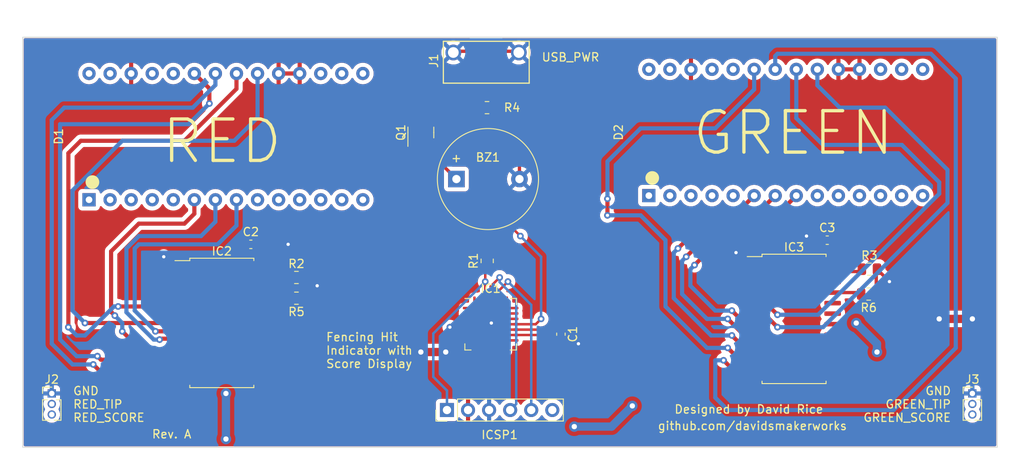
<source format=kicad_pcb>
(kicad_pcb (version 20221018) (generator pcbnew)
  (title_block (title "Fencing Hit Indicator with Score Display") (date "2024-01-01") (rev "1") (company "David's MakerWorks") (comment 1 "github.com/davidsmakerworks"))
  (layers (0 "F.Cu" signal) (31 "B.Cu" signal) (34 "B.Paste" user) (35 "F.Paste" user) (36 "B.SilkS" user "B.Silkscreen") (37 "F.SilkS" user "F.Silkscreen") (38 "B.Mask" user) (39 "F.Mask" user) (44 "Edge.Cuts" user))
  (net 0 "")
  (net 1 "Net-(BZ1--)")
  (net 2 "GND")
  (net 3 "+5V")
  (net 5 "R_OUT9")
  (net 8 "R_OUT4")
  (net 9 "R_OUT3")
  (net 10 "R_OUT2")
  (net 13 "R_OUT12")
  (net 14 "R_OUT13")
  (net 18 "R_OUT11")
  (net 20 "R_OUT1")
  (net 21 "R_OUT0")
  (net 22 "R_OUT6")
  (net 23 "R_OUT5")
  (net 25 "R_OUT8")
  (net 27 "R_OUT10")
  (net 29 "G_OUT9")
  (net 32 "G_OUT4")
  (net 33 "G_OUT3")
  (net 34 "G_OUT2")
  (net 37 "G_OUT12")
  (net 38 "G_OUT13")
  (net 42 "G_OUT11")
  (net 44 "G_OUT1")
  (net 45 "G_OUT0")
  (net 46 "G_OUT6")
  (net 47 "G_OUT5")
  (net 49 "G_OUT8")
  (net 51 "G_OUT10")
  (net 52 "LED_CLK")
  (net 53 "LED_DAT")
  (net 62 "RED_LE")
  (net 68 "~{MCLR}")
  (net 69 "ICSPDAT")
  (net 70 "ICSPCLK")
  (net 71 "GRN_LE")
  (net 72 "BZ_PWM")
  (net 77 "GSC")
  (net 78 "RSC")
  (net 79 "GTIP")
  (net 80 "RTIP")
  (net 84 "Net-(IC2-~{OE})")
  (net 86 "Net-(IC2-R-EXT)")
  (net 90 "Net-(IC3-~{OE})")
  (net 92 "Net-(IC3-R-EXT)")
  (footprint "Resistor_SMD:R_0805_2012Metric" (layer "F.Cu") (at 191.5875 101.5)
    (fp_text reference "R3" (at 0 -1.65) (layer "F.SilkS"))
    (fp_text value "2K")
    (pad "1" smd roundrect (at -0.9125 0) (size 1.025 1.4) (layers "F.Cu" "F.Paste" "F.Mask") (roundrect_rratio 0.243902) (net 92 "Net-(IC3-R-EXT)"))
    (pad "2" smd roundrect (at 0.9125 0) (size 1.025 1.4) (layers "F.Cu" "F.Paste" "F.Mask") (roundrect_rratio 0.243902) (net 2 "GND"))
  )
  (footprint "Capacitor_SMD:C_0603_1608Metric" (layer "F.Cu") (at 117 98.5 180)
    (fp_text reference "C2" (at 0 1.5) (layer "F.SilkS"))
    (fp_text value "100nF")
    (pad "1" smd roundrect (at -0.775 0 180) (size 0.9 0.95) (layers "F.Cu" "F.Paste" "F.Mask") (net 3 "+5V"))
    (pad "2" smd roundrect (at 0.775 0 180) (size 0.9 0.95) (layers "F.Cu" "F.Paste" "F.Mask") (net 2 "GND"))
  )
  (footprint "Resistor_SMD:R_0805_2012Metric" (layer "F.Cu") (at 122.5 102.5)
    (fp_text reference "R2" (at 0 -1.65) (layer "F.SilkS"))
    (fp_text value "2K")
    (pad "1" smd roundrect (at -0.9125 0) (size 1.025 1.4) (layers "F.Cu" "F.Paste" "F.Mask") (roundrect_rratio 0.243902) (net 86 "Net-(IC2-R-EXT)"))
    (pad "2" smd roundrect (at 0.9125 0) (size 1.025 1.4) (layers "F.Cu" "F.Paste" "F.Mask") (roundrect_rratio 0.243902) (net 2 "GND"))
  )
  (footprint "Capacitor_SMD:C_0603_1608Metric" (layer "F.Cu") (at 186.5 98 180)
    (fp_text reference "C3" (at 0 1.5) (layer "F.SilkS"))
    (fp_text value "100nF")
    (pad "1" smd roundrect (at -0.775 0 180) (size 0.9 0.95) (layers "F.Cu" "F.Paste" "F.Mask") (net 3 "+5V"))
    (pad "2" smd roundrect (at 0.775 0 180) (size 0.9 0.95) (layers "F.Cu" "F.Paste" "F.Mask") (net 2 "GND"))
  )
  (footprint "Capacitor_SMD:C_0603_1608Metric" (layer "F.Cu") (at 154.39 109.345 -90)
    (fp_text reference "C1" (at 0 -1.43 90) (layer "F.SilkS"))
    (fp_text value "100nF")
    (pad "1" smd roundrect (at -0.775 0 270) (size 0.9 0.95) (layers "F.Cu" "F.Paste" "F.Mask") (net 3 "+5V"))
    (pad "2" smd roundrect (at 0.775 0 270) (size 0.9 0.95) (layers "F.Cu" "F.Paste" "F.Mask") (net 2 "GND"))
  )
  (footprint "Package_SO:SOP-24_7.5x15.4mm_P1.27mm" (layer "F.Cu") (at 113.5 107.985)
    (fp_text reference "IC2" (at 0 -8.65) (layer "F.SilkS"))
    (fp_text value "STP16CPC26")
    (pad "1" smd roundrect (at -4.65 -6.985) (size 2 0.55) (layers "F.Cu" "F.Paste" "F.Mask") (net 2 "GND"))
    (pad "2" smd roundrect (at -4.65 -5.715) (size 2 0.55) (layers "F.Cu" "F.Paste" "F.Mask") (net 53 "LED_DAT"))
    (pad "3" smd roundrect (at -4.65 -4.445) (size 2 0.55) (layers "F.Cu" "F.Paste" "F.Mask") (net 52 "LED_CLK"))
    (pad "4" smd roundrect (at -4.65 -3.175) (size 2 0.55) (layers "F.Cu" "F.Paste" "F.Mask") (net 62 "RED_LE"))
    (pad "5" smd roundrect (at -4.65 -1.905) (size 2 0.55) (layers "F.Cu" "F.Paste" "F.Mask") (net 21 "R_OUT0"))
    (pad "6" smd roundrect (at -4.65 -0.635) (size 2 0.55) (layers "F.Cu" "F.Paste" "F.Mask") (net 20 "R_OUT1"))
    (pad "7" smd roundrect (at -4.65 0.635) (size 2 0.55) (layers "F.Cu" "F.Paste" "F.Mask") (net 10 "R_OUT2"))
    (pad "8" smd roundrect (at -4.65 1.905) (size 2 0.55) (layers "F.Cu" "F.Paste" "F.Mask") (net 9 "R_OUT3"))
    (pad "9" smd roundrect (at -4.65 3.175) (size 2 0.55) (layers "F.Cu" "F.Paste" "F.Mask") (net 8 "R_OUT4"))
    (pad "10" smd roundrect (at -4.65 4.445) (size 2 0.55) (layers "F.Cu" "F.Paste" "F.Mask") (net 23 "R_OUT5"))
    (pad "11" smd roundrect (at -4.65 5.715) (size 2 0.55) (layers "F.Cu" "F.Paste" "F.Mask") (net 22 "R_OUT6"))
    (pad "12" smd roundrect (at -4.65 6.985) (size 2 0.55) (layers "F.Cu" "F.Paste" "F.Mask"))
    (pad "13" smd roundrect (at 4.65 6.985) (size 2 0.55) (layers "F.Cu" "F.Paste" "F.Mask") (net 25 "R_OUT8"))
    (pad "14" smd roundrect (at 4.65 5.715) (size 2 0.55) (layers "F.Cu" "F.Paste" "F.Mask") (net 5 "R_OUT9"))
    (pad "15" smd roundrect (at 4.65 4.445) (size 2 0.55) (layers "F.Cu" "F.Paste" "F.Mask") (net 27 "R_OUT10"))
    (pad "16" smd roundrect (at 4.65 3.175) (size 2 0.55) (layers "F.Cu" "F.Paste" "F.Mask") (net 18 "R_OUT11"))
    (pad "17" smd roundrect (at 4.65 1.905) (size 2 0.55) (layers "F.Cu" "F.Paste" "F.Mask") (net 13 "R_OUT12"))
    (pad "18" smd roundrect (at 4.65 0.635) (size 2 0.55) (layers "F.Cu" "F.Paste" "F.Mask") (net 14 "R_OUT13"))
    (pad "19" smd roundrect (at 4.65 -0.635) (size 2 0.55) (layers "F.Cu" "F.Paste" "F.Mask"))
    (pad "20" smd roundrect (at 4.65 -1.905) (size 2 0.55) (layers "F.Cu" "F.Paste" "F.Mask"))
    (pad "21" smd roundrect (at 4.65 -3.175) (size 2 0.55) (layers "F.Cu" "F.Paste" "F.Mask") (net 84 "Net-(IC2-~{OE})"))
    (pad "22" smd roundrect (at 4.65 -4.445) (size 2 0.55) (layers "F.Cu" "F.Paste" "F.Mask"))
    (pad "23" smd roundrect (at 4.65 -5.715) (size 2 0.55) (layers "F.Cu" "F.Paste" "F.Mask") (net 86 "Net-(IC2-R-EXT)"))
    (pad "24" smd roundrect (at 4.65 -6.985) (size 2 0.55) (layers "F.Cu" "F.Paste" "F.Mask") (net 3 "+5V"))
  )
  (footprint "DMW-Custom:LDT-x51xRI" (layer "F.Cu") (at 97.49 93.12 90)
    (fp_text reference "D1" (at 7.64 -3.65 90) (layer "F.SilkS"))
    (fp_text value "LDT-A514RI")
    (pad "1" thru_hole rect (at 0 0 90) (size 1.6 1.6) (drill 0.8) (layers "*.Cu" "*.Mask"))
    (pad "2" thru_hole oval (at 0 2.54 90) (size 1.6 1.6) (drill 0.8) (layers "*.Cu" "*.Mask") (net 5 "R_OUT9"))
    (pad "3" thru_hole oval (at 0 5.08 90) (size 1.6 1.6) (drill 0.8) (layers "*.Cu" "*.Mask"))
    (pad "4" thru_hole oval (at 0 7.62 90) (size 1.6 1.6) (drill 0.8) (layers "*.Cu" "*.Mask"))
    (pad "5" thru_hole oval (at 0 10.16 90) (size 1.6 1.6) (drill 0.8) (layers "*.Cu" "*.Mask"))
    (pad "6" thru_hole oval (at 0 12.7 90) (size 1.6 1.6) (drill 0.8) (layers "*.Cu" "*.Mask") (net 8 "R_OUT4"))
    (pad "7" thru_hole oval (at 0 15.24 90) (size 1.6 1.6) (drill 0.8) (layers "*.Cu" "*.Mask") (net 9 "R_OUT3"))
    (pad "8" thru_hole oval (at 0 17.78 90) (size 1.6 1.6) (drill 0.8) (layers "*.Cu" "*.Mask") (net 10 "R_OUT2"))
    (pad "9" thru_hole oval (at 0 20.32 90) (size 1.6 1.6) (drill 0.8) (layers "*.Cu" "*.Mask"))
    (pad "10" thru_hole oval (at 0 22.86 90) (size 1.6 1.6) (drill 0.8) (layers "*.Cu" "*.Mask"))
    (pad "11" thru_hole oval (at 0 25.4 90) (size 1.6 1.6) (drill 0.8) (layers "*.Cu" "*.Mask") (net 13 "R_OUT12"))
    (pad "12" thru_hole oval (at 0 27.94 90) (size 1.6 1.6) (drill 0.8) (layers "*.Cu" "*.Mask") (net 14 "R_OUT13"))
    (pad "13" thru_hole oval (at 0 30.48 90) (size 1.6 1.6) (drill 0.8) (layers "*.Cu" "*.Mask"))
    (pad "14" thru_hole oval (at 0 33.02 90) (size 1.6 1.6) (drill 0.8) (layers "*.Cu" "*.Mask"))
    (pad "15" thru_hole oval (at 15.24 33.02 90) (size 1.6 1.6) (drill 0.8) (layers "*.Cu" "*.Mask"))
    (pad "16" thru_hole oval (at 15.24 30.48 90) (size 1.6 1.6) (drill 0.8) (layers "*.Cu" "*.Mask") (net 18 "R_OUT11"))
    (pad "17" thru_hole oval (at 15.24 27.94 90) (size 1.6 1.6) (drill 0.8) (layers "*.Cu" "*.Mask"))
    (pad "18" thru_hole oval (at 15.24 25.4 90) (size 1.6 1.6) (drill 0.8) (layers "*.Cu" "*.Mask") (net 3 "+5V"))
    (pad "19" thru_hole oval (at 15.24 22.86 90) (size 1.6 1.6) (drill 0.8) (layers "*.Cu" "*.Mask") (net 3 "+5V"))
    (pad "20" thru_hole oval (at 15.24 20.32 90) (size 1.6 1.6) (drill 0.8) (layers "*.Cu" "*.Mask") (net 20 "R_OUT1"))
    (pad "21" thru_hole oval (at 15.24 17.78 90) (size 1.6 1.6) (drill 0.8) (layers "*.Cu" "*.Mask") (net 21 "R_OUT0"))
    (pad "22" thru_hole oval (at 15.24 15.24 90) (size 1.6 1.6) (drill 0.8) (layers "*.Cu" "*.Mask") (net 22 "R_OUT6"))
    (pad "23" thru_hole oval (at 15.24 12.7 90) (size 1.6 1.6) (drill 0.8) (layers "*.Cu" "*.Mask") (net 23 "R_OUT5"))
    (pad "24" thru_hole oval (at 15.24 10.16 90) (size 1.6 1.6) (drill 0.8) (layers "*.Cu" "*.Mask"))
    (pad "25" thru_hole oval (at 15.24 7.62 90) (size 1.6 1.6) (drill 0.8) (layers "*.Cu" "*.Mask") (net 25 "R_OUT8"))
    (pad "26" thru_hole oval (at 15.24 5.08 90) (size 1.6 1.6) (drill 0.8) (layers "*.Cu" "*.Mask") (net 3 "+5V"))
    (pad "27" thru_hole oval (at 15.24 2.54 90) (size 1.6 1.6) (drill 0.8) (layers "*.Cu" "*.Mask"))
    (pad "28" thru_hole oval (at 15.24 0 90) (size 1.6 1.6) (drill 0.8) (layers "*.Cu" "*.Mask") (net 27 "R_OUT10"))
  )
  (footprint "DMW-Custom:LDT-x51xRI" (layer "F.Cu") (at 164.99 92.62 90)
    (fp_text reference "D2" (at 7.64 -3.65 90) (layer "F.SilkS"))
    (fp_text value "LDT-A512RI")
    (pad "1" thru_hole rect (at 0 0 90) (size 1.6 1.6) (drill 0.8) (layers "*.Cu" "*.Mask"))
    (pad "2" thru_hole oval (at 0 2.54 90) (size 1.6 1.6) (drill 0.8) (layers "*.Cu" "*.Mask") (net 29 "G_OUT9"))
    (pad "3" thru_hole oval (at 0 5.08 90) (size 1.6 1.6) (drill 0.8) (layers "*.Cu" "*.Mask"))
    (pad "4" thru_hole oval (at 0 7.62 90) (size 1.6 1.6) (drill 0.8) (layers "*.Cu" "*.Mask"))
    (pad "5" thru_hole oval (at 0 10.16 90) (size 1.6 1.6) (drill 0.8) (layers "*.Cu" "*.Mask"))
    (pad "6" thru_hole oval (at 0 12.7 90) (size 1.6 1.6) (drill 0.8) (layers "*.Cu" "*.Mask") (net 32 "G_OUT4"))
    (pad "7" thru_hole oval (at 0 15.24 90) (size 1.6 1.6) (drill 0.8) (layers "*.Cu" "*.Mask") (net 33 "G_OUT3"))
    (pad "8" thru_hole oval (at 0 17.78 90) (size 1.6 1.6) (drill 0.8) (layers "*.Cu" "*.Mask") (net 34 "G_OUT2"))
    (pad "9" thru_hole oval (at 0 20.32 90) (size 1.6 1.6) (drill 0.8) (layers "*.Cu" "*.Mask"))
    (pad "10" thru_hole oval (at 0 22.86 90) (size 1.6 1.6) (drill 0.8) (layers "*.Cu" "*.Mask"))
    (pad "11" thru_hole oval (at 0 25.4 90) (size 1.6 1.6) (drill 0.8) (layers "*.Cu" "*.Mask") (net 37 "G_OUT12"))
    (pad "12" thru_hole oval (at 0 27.94 90) (size 1.6 1.6) (drill 0.8) (layers "*.Cu" "*.Mask") (net 38 "G_OUT13"))
    (pad "13" thru_hole oval (at 0 30.48 90) (size 1.6 1.6) (drill 0.8) (layers "*.Cu" "*.Mask"))
    (pad "14" thru_hole oval (at 0 33.02 90) (size 1.6 1.6) (drill 0.8) (layers "*.Cu" "*.Mask"))
    (pad "15" thru_hole oval (at 15.24 33.02 90) (size 1.6 1.6) (drill 0.8) (layers "*.Cu" "*.Mask"))
    (pad "16" thru_hole oval (at 15.24 30.48 90) (size 1.6 1.6) (drill 0.8) (layers "*.Cu" "*.Mask") (net 42 "G_OUT11"))
    (pad "17" thru_hole oval (at 15.24 27.94 90) (size 1.6 1.6) (drill 0.8) (layers "*.Cu" "*.Mask"))
    (pad "18" thru_hole oval (at 15.24 25.4 90) (size 1.6 1.6) (drill 0.8) (layers "*.Cu" "*.Mask") (net 3 "+5V"))
    (pad "19" thru_hole oval (at 15.24 22.86 90) (size 1.6 1.6) (drill 0.8) (layers "*.Cu" "*.Mask") (net 3 "+5V"))
    (pad "20" thru_hole oval (at 15.24 20.32 90) (size 1.6 1.6) (drill 0.8) (layers "*.Cu" "*.Mask") (net 44 "G_OUT1"))
    (pad "21" thru_hole oval (at 15.24 17.78 90) (size 1.6 1.6) (drill 0.8) (layers "*.Cu" "*.Mask") (net 45 "G_OUT0"))
    (pad "22" thru_hole oval (at 15.24 15.24 90) (size 1.6 1.6) (drill 0.8) (layers "*.Cu" "*.Mask") (net 46 "G_OUT6"))
    (pad "23" thru_hole oval (at 15.24 12.7 90) (size 1.6 1.6) (drill 0.8) (layers "*.Cu" "*.Mask") (net 47 "G_OUT5"))
    (pad "24" thru_hole oval (at 15.24 10.16 90) (size 1.6 1.6) (drill 0.8) (layers "*.Cu" "*.Mask"))
    (pad "25" thru_hole oval (at 15.24 7.62 90) (size 1.6 1.6) (drill 0.8) (layers "*.Cu" "*.Mask") (net 49 "G_OUT8"))
    (pad "26" thru_hole oval (at 15.24 5.08 90) (size 1.6 1.6) (drill 0.8) (layers "*.Cu" "*.Mask") (net 3 "+5V"))
    (pad "27" thru_hole oval (at 15.24 2.54 90) (size 1.6 1.6) (drill 0.8) (layers "*.Cu" "*.Mask"))
    (pad "28" thru_hole oval (at 15.24 0 90) (size 1.6 1.6) (drill 0.8) (layers "*.Cu" "*.Mask") (net 51 "G_OUT10"))
  )
  (footprint "Resistor_SMD:R_0805_2012Metric" (layer "F.Cu") (at 191.5 104.5 180)
    (fp_text reference "R6" (at 0 -1.65) (layer "F.SilkS"))
    (fp_text value "10K")
    (pad "1" smd roundrect (at -0.9125 0 180) (size 1.025 1.4) (layers "F.Cu" "F.Paste" "F.Mask") (roundrect_rratio 0.243902) (net 2 "GND"))
    (pad "2" smd roundrect (at 0.9125 0 180) (size 1.025 1.4) (layers "F.Cu" "F.Paste" "F.Mask") (roundrect_rratio 0.243902) (net 90 "Net-(IC3-~{OE})"))
  )
  (footprint "Buzzer_Beeper:Buzzer_12x9.5RM7.6" (layer "F.Cu") (at 141.79 90.62)
    (fp_text reference "BZ1" (at 3.8 -2.62) (layer "F.SilkS"))
    (fp_text value "Buzzer")
    (fp_text user "+" (at -0.01 -2.54) (layer "F.SilkS"))
    (pad "1" thru_hole rect (at 0 0) (size 2 2) (drill 1) (layers "*.Cu" "*.Mask") (net 1 "Net-(BZ1--)"))
    (pad "2" thru_hole circle (at 7.6 0) (size 2 2) (drill 1) (layers "*.Cu" "*.Mask") (net 2 "GND"))
  )
  (footprint "Connector_PinHeader_1.27mm:PinHeader_1x03_P1.27mm_Vertical" (layer "F.Cu") (at 204 116.5)
    (fp_text reference "J3" (at 0 -1.695) (layer "F.SilkS"))
    (fp_text value "Conn_01x03_Pin")
    (pad "1" thru_hole rect (at 0 0) (size 1 1) (drill 0.65) (layers "*.Cu" "*.Mask") (net 2 "GND"))
    (pad "2" thru_hole oval (at 0 1.27) (size 1 1) (drill 0.65) (layers "*.Cu" "*.Mask") (net 79 "GTIP"))
    (pad "3" thru_hole oval (at 0 2.54) (size 1 1) (drill 0.65) (layers "*.Cu" "*.Mask") (net 77 "GSC"))
  )
  (footprint "Connector_PinHeader_1.27mm:PinHeader_1x03_P1.27mm_Vertical" (layer "F.Cu") (at 93 116.5)
    (fp_text reference "J2" (at 0 -1.695) (layer "F.SilkS"))
    (fp_text value "Conn_01x03_Pin")
    (pad "1" thru_hole rect (at 0 0) (size 1 1) (drill 0.65) (layers "*.Cu" "*.Mask") (net 2 "GND"))
    (pad "2" thru_hole oval (at 0 1.27) (size 1 1) (drill 0.65) (layers "*.Cu" "*.Mask") (net 80 "RTIP"))
    (pad "3" thru_hole oval (at 0 2.54) (size 1 1) (drill 0.65) (layers "*.Cu" "*.Mask") (net 78 "RSC"))
  )
  (footprint "DMW-Custom:Molex_105164-0001_MicroUSB" (layer "F.Cu") (at 145.365 73.895 -90)
    (fp_text reference "J1" (at 2.45 6.3 90) (layer "F.SilkS"))
    (fp_text value "USB_B_Micro")
    (pad "1" smd rect (at 4.11 1.3 270) (size 1.38 0.45) (layers "F.Cu" "F.Paste" "F.Mask") (net 3 "+5V"))
    (pad "2" smd rect (at 4.11 0.65 270) (size 1.38 0.45) (layers "F.Cu" "F.Paste" "F.Mask"))
    (pad "3" smd rect (at 4.11 0 270) (size 1.38 0.45) (layers "F.Cu" "F.Paste" "F.Mask"))
    (pad "4" smd rect (at 4.11 -0.65 270) (size 1.38 0.45) (layers "F.Cu" "F.Paste" "F.Mask"))
    (pad "5" smd rect (at 4.11 -1.3 270) (size 1.38 0.45) (layers "F.Cu" "F.Paste" "F.Mask") (net 2 "GND"))
    (pad "6" smd rect (at 1.3 -0.9375 270) (size 1.9 1.375) (layers "F.Cu" "F.Paste" "F.Mask") (net 2 "GND"))
    (pad "6" smd rect (at 1.3 0.9375 270) (size 1.9 1.375) (layers "F.Cu" "F.Paste" "F.Mask") (net 2 "GND"))
    (pad "6" thru_hole circle (at 1.45 -3.95 270) (size 1.9 1.9) (drill 1.3) (layers "*.Cu" "*.Mask") (net 2 "GND"))
    (pad "6" thru_hole circle (at 1.45 3.95 270) (size 1.9 1.9) (drill 1.3) (layers "*.Cu" "*.Mask") (net 2 "GND"))
    (pad "6" smd rect (at 3.75 -2.4625 270) (size 2.1 1.475) (layers "F.Cu" "F.Paste" "F.Mask") (net 2 "GND"))
    (pad "6" smd rect (at 3.75 2.4625 270) (size 2.1 1.475) (layers "F.Cu" "F.Paste" "F.Mask") (net 2 "GND"))
  )
  (footprint "Resistor_SMD:R_0805_2012Metric" (layer "F.Cu") (at 145.4775 82 180)
    (fp_text reference "R4" (at -3.0225 0) (layer "F.SilkS"))
    (fp_text value "1K")
    (pad "1" smd roundrect (at -0.9125 0 180) (size 1.025 1.4) (layers "F.Cu" "F.Paste" "F.Mask") (roundrect_rratio 0.243902) (net 2 "GND"))
    (pad "2" smd roundrect (at 0.9125 0 180) (size 1.025 1.4) (layers "F.Cu" "F.Paste" "F.Mask") (roundrect_rratio 0.243902) (net 1 "Net-(BZ1--)"))
  )
  (footprint "Package_SO:SOP-24_7.5x15.4mm_P1.27mm" (layer "F.Cu") (at 182.5 107.5)
    (fp_text reference "IC3" (at 0 -8.65) (layer "F.SilkS"))
    (fp_text value "STP16CPC26")
    (pad "1" smd roundrect (at -4.65 -6.985) (size 2 0.55) (layers "F.Cu" "F.Paste" "F.Mask") (net 2 "GND"))
    (pad "2" smd roundrect (at -4.65 -5.715) (size 2 0.55) (layers "F.Cu" "F.Paste" "F.Mask") (net 53 "LED_DAT"))
    (pad "3" smd roundrect (at -4.65 -4.445) (size 2 0.55) (layers "F.Cu" "F.Paste" "F.Mask") (net 52 "LED_CLK"))
    (pad "4" smd roundrect (at -4.65 -3.175) (size 2 0.55) (layers "F.Cu" "F.Paste" "F.Mask") (net 71 "GRN_LE"))
    (pad "5" smd roundrect (at -4.65 -1.905) (size 2 0.55) (layers "F.Cu" "F.Paste" "F.Mask") (net 45 "G_OUT0"))
    (pad "6" smd roundrect (at -4.65 -0.635) (size 2 0.55) (layers "F.Cu" "F.Paste" "F.Mask") (net 44 "G_OUT1"))
    (pad "7" smd roundrect (at -4.65 0.635) (size 2 0.55) (layers "F.Cu" "F.Paste" "F.Mask") (net 34 "G_OUT2"))
    (pad "8" smd roundrect (at -4.65 1.905) (size 2 0.55) (layers "F.Cu" "F.Paste" "F.Mask") (net 33 "G_OUT3"))
    (pad "9" smd roundrect (at -4.65 3.175) (size 2 0.55) (layers "F.Cu" "F.Paste" "F.Mask") (net 32 "G_OUT4"))
    (pad "10" smd roundrect (at -4.65 4.445) (size 2 0.55) (layers "F.Cu" "F.Paste" "F.Mask") (net 47 "G_OUT5"))
    (pad "11" smd roundrect (at -4.65 5.715) (size 2 0.55) (layers "F.Cu" "F.Paste" "F.Mask") (net 46 "G_OUT6"))
    (pad "12" smd roundrect (at -4.65 6.985) (size 2 0.55) (layers "F.Cu" "F.Paste" "F.Mask"))
    (pad "13" smd roundrect (at 4.65 6.985) (size 2 0.55) (layers "F.Cu" "F.Paste" "F.Mask") (net 49 "G_OUT8"))
    (pad "14" smd roundrect (at 4.65 5.715) (size 2 0.55) (layers "F.Cu" "F.Paste" "F.Mask") (net 29 "G_OUT9"))
    (pad "15" smd roundrect (at 4.65 4.445) (size 2 0.55) (layers "F.Cu" "F.Paste" "F.Mask") (net 51 "G_OUT10"))
    (pad "16" smd roundrect (at 4.65 3.175) (size 2 0.55) (layers "F.Cu" "F.Paste" "F.Mask") (net 42 "G_OUT11"))
    (pad "17" smd roundrect (at 4.65 1.905) (size 2 0.55) (layers "F.Cu" "F.Paste" "F.Mask") (net 37 "G_OUT12"))
    (pad "18" smd roundrect (at 4.65 0.635) (size 2 0.55) (layers "F.Cu" "F.Paste" "F.Mask") (net 38 "G_OUT13"))
    (pad "19" smd roundrect (at 4.65 -0.635) (size 2 0.55) (layers "F.Cu" "F.Paste" "F.Mask"))
    (pad "20" smd roundrect (at 4.65 -1.905) (size 2 0.55) (layers "F.Cu" "F.Paste" "F.Mask"))
    (pad "21" smd roundrect (at 4.65 -3.175) (size 2 0.55) (layers "F.Cu" "F.Paste" "F.Mask") (net 90 "Net-(IC3-~{OE})"))
    (pad "22" smd roundrect (at 4.65 -4.445) (size 2 0.55) (layers "F.Cu" "F.Paste" "F.Mask"))
    (pad "23" smd roundrect (at 4.65 -5.715) (size 2 0.55) (layers "F.Cu" "F.Paste" "F.Mask") (net 92 "Net-(IC3-R-EXT)"))
    (pad "24" smd roundrect (at 4.65 -6.985) (size 2 0.55) (layers "F.Cu" "F.Paste" "F.Mask") (net 3 "+5V"))
  )
  (footprint "Package_DFN_QFN:QFN-28-1EP_6x6mm_P0.65mm_EP4.25x4.25mm" (layer "F.Cu") (at 145.915 108.145)
    (fp_text reference "IC1" (at 0 -4.3) (layer "F.SilkS"))
    (fp_text value "PIC16F18855-I-ML")
    (pad "1" smd roundrect (at -2.8375 -1.95) (size 1.025 0.3) (layers "F.Cu" "F.Paste" "F.Mask") (net 77 "GSC"))
    (pad "2" smd roundrect (at -2.8375 -1.3) (size 1.025 0.3) (layers "F.Cu" "F.Paste" "F.Mask") (net 79 "GTIP"))
    (pad "3" smd roundrect (at -2.8375 -0.65) (size 1.025 0.3) (layers "F.Cu" "F.Paste" "F.Mask"))
    (pad "4" smd roundrect (at -2.8375 0) (size 1.025 0.3) (layers "F.Cu" "F.Paste" "F.Mask"))
    (pad "5" smd roundrect (at -2.8375 0.65) (size 1.025 0.3) (layers "F.Cu" "F.Paste" "F.Mask") (net 2 "GND"))
    (pad "6" smd roundrect (at -2.8375 1.3) (size 1.025 0.3) (layers "F.Cu" "F.Paste" "F.Mask"))
    (pad "7" smd roundrect (at -2.8375 1.95) (size 1.025 0.3) (layers "F.Cu" "F.Paste" "F.Mask"))
    (pad "8" smd roundrect (at -1.95 2.8375) (size 0.3 1.025) (layers "F.Cu" "F.Paste" "F.Mask") (net 52 "LED_CLK"))
    (pad "9" smd roundrect (at -1.3 2.8375) (size 0.3 1.025) (layers "F.Cu" "F.Paste" "F.Mask") (net 53 "LED_DAT"))
    (pad "10" smd roundrect (at -0.65 2.8375) (size 0.3 1.025) (layers "F.Cu" "F.Paste" "F.Mask") (net 62 "RED_LE"))
    (pad "11" smd roundrect (at 0 2.8375) (size 0.3 1.025) (layers "F.Cu" "F.Paste" "F.Mask") (net 71 "GRN_LE"))
    (pad "12" smd roundrect (at 0.65 2.8375) (size 0.3 1.025) (layers "F.Cu" "F.Paste" "F.Mask"))
    (pad "13" smd roundrect (at 1.3 2.8375) (size 0.3 1.025) (layers "F.Cu" "F.Paste" "F.Mask"))
    (pad "14" smd roundrect (at 1.95 2.8375) (size 0.3 1.025) (layers "F.Cu" "F.Paste" "F.Mask"))
    (pad "15" smd roundrect (at 2.8375 1.95) (size 1.025 0.3) (layers "F.Cu" "F.Paste" "F.Mask"))
    (pad "16" smd roundrect (at 2.8375 1.3) (size 1.025 0.3) (layers "F.Cu" "F.Paste" "F.Mask") (net 2 "GND"))
    (pad "17" smd roundrect (at 2.8375 0.65) (size 1.025 0.3) (layers "F.Cu" "F.Paste" "F.Mask") (net 3 "+5V"))
    (pad "18" smd roundrect (at 2.8375 0) (size 1.025 0.3) (layers "F.Cu" "F.Paste" "F.Mask") (net 72 "BZ_PWM"))
    (pad "19" smd roundrect (at 2.8375 -0.65) (size 1.025 0.3) (layers "F.Cu" "F.Paste" "F.Mask"))
    (pad "20" smd roundrect (at 2.8375 -1.3) (size 1.025 0.3) (layers "F.Cu" "F.Paste" "F.Mask"))
    (pad "21" smd roundrect (at 2.8375 -1.95) (size 1.025 0.3) (layers "F.Cu" "F.Paste" "F.Mask"))
    (pad "22" smd roundrect (at 1.95 -2.8375) (size 0.3 1.025) (layers "F.Cu" "F.Paste" "F.Mask"))
    (pad "23" smd roundrect (at 1.3 -2.8375) (size 0.3 1.025) (layers "F.Cu" "F.Paste" "F.Mask"))
    (pad "24" smd roundrect (at 0.65 -2.8375) (size 0.3 1.025) (layers "F.Cu" "F.Paste" "F.Mask") (net 70 "ICSPCLK"))
    (pad "25" smd roundrect (at 0 -2.8375) (size 0.3 1.025) (layers "F.Cu" "F.Paste" "F.Mask") (net 69 "ICSPDAT"))
    (pad "26" smd roundrect (at -0.65 -2.8375) (size 0.3 1.025) (layers "F.Cu" "F.Paste" "F.Mask") (net 68 "~{MCLR}"))
    (pad "27" smd roundrect (at -1.3 -2.8375) (size 0.3 1.025) (layers "F.Cu" "F.Paste" "F.Mask") (net 80 "RTIP"))
    (pad "28" smd roundrect (at -1.95 -2.8375) (size 0.3 1.025) (layers "F.Cu" "F.Paste" "F.Mask") (net 78 "RSC"))
    (pad "29" smd rect (at 0 0) (size 3.5 3.5) (layers "F.Cu" "F.Mask") (net 2 "GND"))
  )
  (footprint "Package_TO_SOT_SMD:SOT-23" (layer "F.Cu") (at 137.5 85 90)
    (fp_text reference "Q1" (at 0 -2.4 90) (layer "F.SilkS"))
    (fp_text value "2N7002")
    (pad "1" smd roundrect (at -0.9375 -0.95 90) (size 1.475 0.6) (layers "F.Cu" "F.Paste" "F.Mask") (net 72 "BZ_PWM"))
    (pad "2" smd roundrect (at -0.9375 0.95 90) (size 1.475 0.6) (layers "F.Cu" "F.Paste" "F.Mask") (net 1 "Net-(BZ1--)"))
    (pad "3" smd roundrect (at 0.9375 0 90) (size 1.475 0.6) (layers "F.Cu" "F.Paste" "F.Mask") (net 3 "+5V"))
  )
  (footprint "Connector_PinHeader_2.54mm:PinHeader_1x06_P2.54mm_Vertical" (layer "F.Cu") (at 140.65 118.5 90)
    (fp_text reference "ICSP1" (at -3 6.35 180) (layer "F.SilkS"))
    (fp_text value "Conn_01x06_Socket")
    (pad "1" thru_hole rect (at 0 0 90) (size 1.7 1.7) (drill 1) (layers "*.Cu" "*.Mask") (net 68 "~{MCLR}"))
    (pad "2" thru_hole oval (at 0 2.54 90) (size 1.7 1.7) (drill 1) (layers "*.Cu" "*.Mask") (net 3 "+5V"))
    (pad "3" thru_hole oval (at 0 5.08 90) (size 1.7 1.7) (drill 1) (layers "*.Cu" "*.Mask") (net 2 "GND"))
    (pad "4" thru_hole oval (at 0 7.62 90) (size 1.7 1.7) (drill 1) (layers "*.Cu" "*.Mask") (net 69 "ICSPDAT"))
    (pad "5" thru_hole oval (at 0 10.16 90) (size 1.7 1.7) (drill 1) (layers "*.Cu" "*.Mask") (net 70 "ICSPCLK"))
    (pad "6" thru_hole oval (at 0 12.7 90) (size 1.7 1.7) (drill 1) (layers "*.Cu" "*.Mask"))
  )
  (footprint "Resistor_SMD:R_0805_2012Metric" (layer "F.Cu") (at 122.5 105 180)
    (fp_text reference "R5" (at 0 -1.65) (layer "F.SilkS"))
    (fp_text value "10K")
    (pad "1" smd roundrect (at -0.9125 0 180) (size 1.025 1.4) (layers "F.Cu" "F.Paste" "F.Mask") (roundrect_rratio 0.243902) (net 2 "GND"))
    (pad "2" smd roundrect (at 0.9125 0 180) (size 1.025 1.4) (layers "F.Cu" "F.Paste" "F.Mask") (roundrect_rratio 0.243902) (net 84 "Net-(IC2-~{OE})"))
  )
  (footprint "Resistor_SMD:R_0805_2012Metric" (layer "F.Cu") (at 145.5 100.5 90)
    (fp_text reference "R1" (at 0 -1.65 90) (layer "F.SilkS"))
    (fp_text value "10K")
    (pad "1" smd roundrect (at -0.9125 0 90) (size 1.025 1.4) (layers "F.Cu" "F.Paste" "F.Mask") (roundrect_rratio 0.243902) (net 68 "~{MCLR}"))
    (pad "2" smd roundrect (at 0.9125 0 90) (size 1.025 1.4) (layers "F.Cu" "F.Paste" "F.Mask") (roundrect_rratio 0.243902) (net 3 "+5V"))
  )
  (gr_rect (start 89.5 73.5) (end 207 123) (stroke (width 0.1)) (fill none) (layer "Edge.Cuts"))
  (gr_text "GND\nRED_TIP\nRED_SCORE" (at 95.5 120) (layer "F.SilkS") (effects (font (size 1 1)) (justify left bottom)))
  (gr_text "GREEN" (at 170 88) (layer "F.SilkS") (effects (font (size 5 5) (thickness 0.4)) (justify left bottom)))
  (gr_text "Designed by David Rice" (at 168 119) (layer "F.SilkS") (effects (font (size 1 1)) (justify left bottom)))
  (gr_text "Rev. A" (at 105 122) (layer "F.SilkS") (effects (font (size 1 1)) (justify left bottom)))
  (gr_text "RED" (at 106 89) (layer "F.SilkS") (effects (font (size 5 5) (thickness 0.4)) (justify left bottom)))
  (gr_text "Fencing Hit\nIndicator with\nScore Display" (at 126 113.5) (layer "F.SilkS") (effects (font (size 1 1)) (justify left bottom)))
  (gr_text "github.com/davidsmakerworks" (at 166 121) (layer "F.SilkS") (effects (font (size 1 1)) (justify left bottom)))
  (gr_text "GND\nGREEN_TIP\nGREEN_SCORE" (at 201.5 120) (layer "F.SilkS") (effects (font (size 1 1)) (justify right bottom)))
  (gr_text "USB_PWR" (at 152 76.5) (layer "F.SilkS") (effects (font (size 1 1)) (justify left bottom)))
  (segment (start 138.45 87) (end 138.45 87.28) (width 0.4) (layer "F.Cu") (net 1))
  (segment (start 138.45 87) (end 143.45 82) (width 0.4) (layer "F.Cu") (net 1))
  (segment (start 138.45 85.9375) (end 138.45 87) (width 0.4) (layer "F.Cu") (net 1))
  (segment (start 138.45 87.28) (end 141.79 90.62) (width 0.4) (layer "F.Cu") (net 1))
  (segment (start 143.45 82) (end 144.565 82) (width 0.4) (layer "F.Cu") (net 1))
  (segment (start 123.4125 102.5) (end 123.4125 105) (width 0.4) (layer "F.Cu") (net 2))
  (segment (start 177.85 100.515) (end 176.515 100.515) (width 0.4) (layer "F.Cu") (net 2))
  (segment (start 192.4125 101.5875) (end 192.5 101.5) (width 0.4) (layer "F.Cu") (net 2))
  (segment (start 144.4275 75.195) (end 146.3025 75.195) (width 0.4) (layer "F.Cu") (net 2))
  (segment (start 108.85 101) (end 107.5 101) (width 0.5) (layer "F.Cu") (net 2))
  (segment (start 156.12 110.12) (end 156.5 110.5) (width 0.4) (layer "F.Cu") (net 2))
  (segment (start 176.515 100.515) (end 175.5 99.5) (width 0.4) (layer "F.Cu") (net 2))
  (segment (start 147.8275 77.645) (end 147.8275 76.8325) (width 0.4) (layer "F.Cu") (net 2))
  (segment (start 142.9025 76.8325) (end 141.415 75.345) (width 0.4) (layer "F.Cu") (net 2))
  (segment (start 147.4675 78.005) (end 147.8275 77.645) (width 0.4) (layer "F.Cu") (net 2))
  (segment (start 123.5 105) (end 125 103.5) (width 0.4) (layer "F.Cu") (net 2))
  (segment (start 108.85 101) (end 113.725 101) (width 0.5) (layer "F.Cu") (net 2))
  (segment (start 146.665 78.005) (end 147.4675 78.005) (width 0.4) (layer "F.Cu") (net 2))
  (segment (start 200 107.5) (end 204 107.5) (width 1) (layer "F.Cu") (net 2))
  (segment (start 123.4125 102.5) (end 124 102.5) (width 0.4) (layer "F.Cu") (net 2))
  (segment (start 113.725 101) (end 116.225 98.5) (width 0.5) (layer "F.Cu") (net 2))
  (segment (start 125 100) (end 123.5 98.5) (width 0.4) (layer "F.Cu") (net 2))
  (segment (start 154.39 110.12) (end 156.12 110.12) (width 0.4) (layer "F.Cu") (net 2))
  (segment (start 147.8275 76.8325) (end 149.315 75.345) (width 0.4) (layer "F.Cu") (net 2))
  (segment (start 141.565 75.195) (end 141.415 75.345) (width 0.4) (layer "F.Cu") (net 2))
  (segment (start 184.5 98) (end 184 97.5) (width 0.4) (layer "F.Cu") (net 2))
  (segment (start 192.4125 104.5) (end 192.5 104.5) (width 0.4) (layer "F.Cu") (net 2))
  (segment (start 192.5 104.5) (end 194 103) (width 0.4) (layer "F.Cu") (net 2))
  (segment (start 123.5 98.5) (end 121.5 98.5) (width 0.4) (layer "F.Cu") (net 2))
  (segment (start 185.725 98) (end 184.5 98) (width 0.4) (layer "F.Cu") (net 2))
  (segment (start 149.165 75.195) (end 149.315 75.345) (width 0.4) (layer "F.Cu") (net 2))
  (segment (start 149.39 84.39) (end 149.39 90.62) (width 0.4) (layer "F.Cu") (net 2))
  (segment (start 137.5 111.5) (end 140.5 111.5) (width 1) (layer "F.Cu") (net 2))
  (segment (start 192.4125 104.5) (end 192.4125 101.5875) (width 0.4) (layer "F.Cu") (net 2))
  (segment (start 123.4125 105) (end 123.5 105) (width 0.4) (layer "F.Cu") (net 2))
  (segment (start 192.5 101.5) (end 194 103) (width 0.4) (layer "F.Cu") (net 2))
  (segment (start 125 103.5) (end 125 100) (width 0.4) (layer "F.Cu") (net 2))
  (segment (start 141.295 108.795) (end 141 108.5) (width 0.3) (layer "F.Cu") (net 2))
  (segment (start 148.7525 109.445) (end 153.715 109.445) (width 0.3) (layer "F.Cu") (net 2))
  (segment (start 146.39 82) (end 147 82) (width 0.4) (layer "F.Cu") (net 2))
  (segment (start 146.3025 75.195) (end 149.165 75.195) (width 0.4) (layer "F.Cu") (net 2))
  (segment (start 143.0775 108.795) (end 141.295 108.795) (width 0.3) (layer "F.Cu") (net 2))
  (segment (start 147 82) (end 149.39 84.39) (width 0.4) (layer "F.Cu") (net 2))
  (segment (start 153.715 109.445) (end 154.39 110.12) (width 0.3) (layer "F.Cu") (net 2))
  (segment (start 124 102.5) (end 125 103.5) (width 0.4) (layer "F.Cu") (net 2))
  (segment (start 142.9025 77.645) (end 142.9025 76.8325) (width 0.4) (layer "F.Cu") (net 2))
  (segment (start 107.5 101) (end 106.5 100) (width 0.5) (layer "F.Cu") (net 2))
  (segment (start 144.4275 75.195) (end 141.565 75.195) (width 0.4) (layer "F.Cu") (net 2))
  (via (at 175.5 99.5) (size 0.8) (drill 0.4) (layers "F.Cu" "B.Cu") (net 2))
  (via (at 200 107.5) (size 1.27) (drill 0.635) (layers "F.Cu" "B.Cu") (net 2))
  (via (at 140.5 111.5) (size 1.27) (drill 0.635) (layers "F.Cu" "B.Cu") (net 2))
  (via (at 106.5 100) (size 0.8) (drill 0.4) (layers "F.Cu" "B.Cu") (net 2))
  (via (at 141 108.5) (size 0.8) (drill 0.4) (layers "F.Cu" "B.Cu") (net 2))
  (via (at 204 107.5) (size 1.27) (drill 0.635) (layers "F.Cu" "B.Cu") (net 2))
  (via (at 194 103) (size 0.8) (drill 0.4) (layers "F.Cu" "B.Cu") (net 2))
  (via (at 125 103.5) (size 0.8) (drill 0.4) (layers "F.Cu" "B.Cu") (net 2))
  (via (at 156.5 110.5) (size 0.8) (drill 0.4) (layers "F.Cu" "B.Cu") (net 2))
  (via (at 184 97.5) (size 0.8) (drill 0.4) (layers "F.Cu" "B.Cu") (net 2))
  (via (at 137.5 111.5) (size 1.27) (drill 0.635) (layers "F.Cu" "B.Cu") (net 2))
  (via (at 146 108) (size 0.8) (drill 0.4) (layers "F.Cu" "B.Cu") (net 2))
  (via (at 121.5 98.5) (size 0.8) (drill 0.4) (layers "F.Cu" "B.Cu") (net 2))
  (segment (start 154.165 108.795) (end 154.39 108.57) (width 0.3) (layer "F.Cu") (net 3))
  (segment (start 121 100.5) (end 120.5 101) (width 0.4) (layer "F.Cu") (net 3))
  (segment (start 120.35 77.88) (end 122.89 77.88) (width 0.4) (layer "F.Cu") (net 3))
  (segment (start 144.065 78.005) (end 144.065 79.5) (width 0.45) (layer "F.Cu") (net 3))
  (segment (start 188 98) (end 187.275 98) (width 0.4) (layer "F.Cu") (net 3))
  (segment (start 120 98.5) (end 121 99.5) (width 0.4) (layer "F.Cu") (net 3))
  (segment (start 148.7525 108.795) (end 154.165 108.795) (width 0.3) (layer "F.Cu") (net 3))
  (segment (start 120.5 101) (end 118.15 101) (width 0.4) (layer "F.Cu") (net 3))
  (segment (start 189 100) (end 189 99) (width 0.4) (layer "F.Cu") (net 3))
  (segment (start 117.775 98.5) (end 120 98.5) (width 0.4) (layer "F.Cu") (net 3))
  (segment (start 121 99.5) (end 121 100.5) (width 0.4) (layer "F.Cu") (net 3))
  (segment (start 187.15 100.515) (end 188.485 100.515) (width 0.4) (layer "F.Cu") (net 3))
  (segment (start 189 99) (end 188 98) (width 0.4) (layer "F.Cu") (net 3))
  (segment (start 188.485 100.515) (end 189 100) (width 0.4) (layer "F.Cu") (net 3))
  (via (at 114 122) (size 1.27) (drill 0.635) (layers "F.Cu" "B.Cu") (net 3))
  (via (at 114 116.5) (size 1.27) (drill 0.635) (layers "F.Cu" "B.Cu") (net 3))
  (via (at 192.5 111.5) (size 1.27) (drill 0.635) (layers "F.Cu" "B.Cu") (net 3))
  (via (at 156 120.5) (size 1.27) (drill 0.635) (layers "F.Cu" "B.Cu") (net 3))
  (via (at 190 108) (size 1.27) (drill 0.635) (layers "F.Cu" "B.Cu") (net 3))
  (via (at 163 118) (size 1.27) (drill 0.635) (layers "F.Cu" "B.Cu") (net 3))
  (segment (start 160.5 120.5) (end 156 120.5) (width 1) (layer "B.Cu") (net 3))
  (segment (start 163 118) (end 160.5 120.5) (width 1) (layer "B.Cu") (net 3))
  (segment (start 114 122) (end 114 116.5) (width 1) (layer "B.Cu") (net 3))
  (segment (start 192.5 111.5) (end 192.5 110.5) (width 1) (layer "B.Cu") (net 3))
  (segment (start 192.5 110.5) (end 190 108) (width 1) (layer "B.Cu") (net 3))
  (segment (start 103.66 111.16) (end 101.5 109) (width 0.5) (layer "F.Cu") (net 8))
  (segment (start 100.15 99.35) (end 103.5 96) (width 0.5) (layer "F.Cu") (net 8))
  (segment (start 109 96) (end 110.19 94.81) (width 0.5) (layer "F.Cu") (net 8))
  (segment (start 103.5 96) (end 109 96) (width 0.5) (layer "F.Cu") (net 8))
  (segment (start 110.19 94.81) (end 110.19 93.12) (width 0.5) (layer "F.Cu") (net 8))
  (segment (start 100.601041 107.101041) (end 100.15 106.65) (width 0.5) (layer "F.Cu") (net 8))
  (segment (start 108.85 111.16) (end 103.66 111.16) (width 0.5) (layer "F.Cu") (net 8))
  (segment (start 100.15 106.65) (end 100.15 99.35) (width 0.5) (layer "F.Cu") (net 8))
  (via (at 101.5 109) (size 0.8) (drill 0.4) (layers "F.Cu" "B.Cu") (net 8))
  (via (at 100.601041 107.101041) (size 0.8) (drill 0.4) (layers "F.Cu" "B.Cu") (net 8))
  (segment (start 101.5 108) (end 100.601041 107.101041) (width 0.5) (layer "B.Cu") (net 8))
  (segment (start 101.5 109) (end 101.5 108) (width 0.5) (layer "B.Cu") (net 8))
  (segment (start 107.11 109.89) (end 106.11 109.89) (width 0.5) (layer "F.Cu") (net 9))
  (segment (start 108.85 109.89) (end 107.11 109.89) (width 0.5) (layer "F.Cu") (net 9))
  (segment (start 106.11 109.89) (end 106 110) (width 0.5) (layer "F.Cu") (net 9))
  (via (at 106 110) (size 0.8) (drill 0.4) (layers "F.Cu" "B.Cu") (net 9))
  (segment (start 111 97.5) (end 112.73 95.77) (width 0.5) (layer "B.Cu") (net 9))
  (segment (start 112.73 95.77) (end 112.73 93.12) (width 0.5) (layer "B.Cu") (net 9))
  (segment (start 105.297918 110) (end 102 106.702082) (width 0.5) (layer "B.Cu") (net 9))
  (segment (start 102 99) (end 103.5 97.5) (width 0.5) (layer "B.Cu") (net 9))
  (segment (start 103.5 97.5) (end 111 97.5) (width 0.5) (layer "B.Cu") (net 9))
  (segment (start 106 110) (end 105.297918 110) (width 0.5) (layer "B.Cu") (net 9))
  (segment (start 102 106.702082) (end 102 99) (width 0.5) (layer "B.Cu") (net 9))
  (segment (start 107.24 109) (end 105.5 109) (width 0.5) (layer "F.Cu") (net 10))
  (segment (start 108.85 108.62) (end 107.62 108.62) (width 0.5) (layer "F.Cu") (net 10))
  (segment (start 107.62 108.62) (end 107.24 109) (width 0.5) (layer "F.Cu") (net 10))
  (via (at 105.5 109) (size 0.8) (drill 0.4) (layers "F.Cu" "B.Cu") (net 10))
  (segment (start 103 99) (end 103.5 98.5) (width 0.5) (layer "B.Cu") (net 10))
  (segment (start 105.5 109) (end 103 106.5) (width 0.5) (layer "B.Cu") (net 10))
  (segment (start 103 106.5) (end 103 99) (width 0.5) (layer "B.Cu") (net 10))
  (segment (start 115.27 96.23) (end 115.27 93.12) (width 0.5) (layer "B.Cu") (net 10))
  (segment (start 113 98.5) (end 115.27 96.23) (width 0.5) (layer "B.Cu") (net 10))
  (segment (start 103.5 98.5) (end 113 98.5) (width 0.5) (layer "B.Cu") (net 10))
  (segment (start 107.200001 108) (end 97 108) (width 0.5) (layer "F.Cu") (net 20))
  (segment (start 107.850001 107.35) (end 107.200001 108) (width 0.5) (layer "F.Cu") (net 20))
  (segment (start 108.85 107.35) (end 107.850001 107.35) (width 0.5) (layer "F.Cu") (net 20))
  (via (at 97 108) (size 0.8) (drill 0.4) (layers "F.Cu" "B.Cu") (net 20))
  (segment (start 101.5 86) (end 115 86) (width 0.5) (layer "B.Cu") (net 20))
  (segment (start 117.81 83.19) (end 117.81 77.88) (width 0.5) (layer "B.Cu") (net 20))
  (segment (start 95.5 106.5) (end 95.5 92) (width 0.5) (layer "B.Cu") (net 20))
  (segment (start 95.5 92) (end 101.5 86) (width 0.5) (layer "B.Cu") (net 20))
  (segment (start 115 86) (end 117.81 83.19) (width 0.5) (layer "B.Cu") (net 20))
  (segment (start 97 108) (end 95.5 106.5) (width 0.5) (layer "B.Cu") (net 20))
  (segment (start 96.5 86) (end 95 87.5) (width 0.5) (layer "F.Cu") (net 21))
  (segment (start 101 106) (end 108.77 106) (width 0.5) (layer "F.Cu") (net 21))
  (segment (start 95 87.5) (end 95 108.5) (width 0.5) (layer "F.Cu") (net 21))
  (segment (start 115.27 79.73) (end 109 86) (width 0.5) (layer "F.Cu") (net 21))
  (segment (start 109 86) (end 96.5 86) (width 0.5) (layer "F.Cu") (net 21))
  (segment (start 115.27 77.88) (end 115.27 79.73) (width 0.5) (layer "F.Cu") (net 21))
  (segment (start 108.77 106) (end 108.85 106.08) (width 0.5) (layer "F.Cu") (net 21))
  (via (at 101 106) (size 0.8) (drill 0.4) (layers "F.Cu" "B.Cu") (net 21))
  (via (at 95 108.5) (size 0.8) (drill 0.4) (layers "F.Cu" "B.Cu") (net 21))
  (segment (start 101 106) (end 100.5 106) (width 0.5) (layer "B.Cu") (net 21))
  (segment (start 97 109.5) (end 96 109.5) (width 0.5) (layer "B.Cu") (net 21))
  (segment (start 96 109.5) (end 95 108.5) (width 0.5) (layer "B.Cu") (net 21))
  (segment (start 100.5 106) (end 97 109.5) (width 0.5) (layer "B.Cu") (net 21))
  (segment (start 108.85 113.7) (end 98.7 113.7) (width 0.5) (layer "F.Cu") (net 22))
  (segment (start 98.7 113.7) (end 98 113) (width 0.5) (layer "F.Cu") (net 22))
  (via (at 98 113) (size 0.8) (drill 0.4) (layers "F.Cu" "B.Cu") (net 22))
  (segment (start 112.73 79.27) (end 112.73 77.88) (width 0.5) (layer "B.Cu") (net 22))
  (segment (start 93 110.5) (end 93 83.5) (width 0.5) (layer "B.Cu") (net 22))
  (segment (start 93 83.5) (end 94.5 82) (width 0.5) (layer "B.Cu") (net 22))
  (segment (start 95.5 113) (end 93 110.5) (width 0.5) (layer "B.Cu") (net 22))
  (segment (start 98 113) (end 95.5 113) (width 0.5) (layer "B.Cu") (net 22))
  (segment (start 110 82) (end 112.73 79.27) (width 0.5) (layer "B.Cu") (net 22))
  (segment (start 94.5 82) (end 110 82) (width 0.5) (layer "B.Cu") (net 22))
  (segment (start 108.85 112.43) (end 98.93 112.43) (width 0.5) (layer "F.Cu") (net 23))
  (segment (start 112 81.5) (end 112 79.69) (width 0.5) (layer "F.Cu") (net 23))
  (segment (start 98.93 112.43) (end 98.5 112) (width 0.5) (layer "F.Cu") (net 23))
  (segment (start 112 79.69) (end 110.19 77.88) (width 0.5) (layer "F.Cu") (net 23))
  (via (at 98.5 112) (size 0.8) (drill 0.4) (layers "F.Cu" "B.Cu") (net 23))
  (via (at 112 81.5) (size 0.8) (drill 0.4) (layers "F.Cu" "B.Cu") (net 23))
  (segment (start 96 112) (end 94 110) (width 0.5) (layer "B.Cu") (net 23))
  (segment (start 98.5 112) (end 96 112) (width 0.5) (layer "B.Cu") (net 23))
  (segment (start 94 84) (end 109.5 84) (width 0.5) (layer "B.Cu") (net 23))
  (segment (start 109.5 84) (end 112 81.5) (width 0.5) (layer "B.Cu") (net 23))
  (segment (start 94 110) (end 94 84) (width 0.5) (layer "B.Cu") (net 23))
  (segment (start 174.81 95.5) (end 177.69 92.62) (width 0.5) (layer "F.Cu") (net 32))
  (segment (start 176.175 110.675) (end 175 109.5) (width 0.5) (layer "F.Cu") (net 32))
  (segment (start 177.85 110.675) (end 176.175 110.675) (width 0.5) (layer "F.Cu") (net 32))
  (segment (start 172 95.5) (end 174.81 95.5) (width 0.5) (layer "F.Cu") (net 32))
  (segment (start 168.5 99) (end 172 95.5) (width 0.5) (layer "F.Cu") (net 32))
  (via (at 175 109.5) (size 0.8) (drill 0.4) (layers "F.Cu" "B.Cu") (net 32))
  (via (at 168.5 99) (size 0.8) (drill 0.4) (layers "F.Cu" "B.Cu") (net 32))
  (segment (start 175 109.5) (end 172.5 109.5) (width 0.5) (layer "B.Cu") (net 32))
  (segment (start 172.5 109.5) (end 168 105) (width 0.5) (layer "B.Cu") (net 32))
  (segment (start 168 105) (end 168 99.5) (width 0.5) (layer "B.Cu") (net 32))
  (segment (start 168 99.5) (end 168.5 99) (width 0.5) (layer "B.Cu") (net 32))
  (segment (start 173 96.5) (end 176.35 96.5) (width 0.5) (layer "F.Cu") (net 33))
  (segment (start 176.35 96.5) (end 180.23 92.62) (width 0.5) (layer "F.Cu") (net 33))
  (segment (start 176.405 109.405) (end 174.5 107.5) (width 0.5) (layer "F.Cu") (net 33))
  (segment (start 169.5 100) (end 173 96.5) (width 0.5) (layer "F.Cu") (net 33))
  (segment (start 177.85 109.405) (end 176.405 109.405) (width 0.5) (layer "F.Cu") (net 33))
  (via (at 174.5 107.5) (size 0.8) (drill 0.4) (layers "F.Cu" "B.Cu") (net 33))
  (via (at 169.5 100) (size 0.8) (drill 0.4) (layers "F.Cu" "B.Cu") (net 33))
  (segment (start 172 107.5) (end 169 104.5) (width 0.5) (layer "B.Cu") (net 33))
  (segment (start 169 104.5) (end 169 100.5) (width 0.5) (layer "B.Cu") (net 33))
  (segment (start 169 100.5) (end 169.5 100) (width 0.5) (layer "B.Cu") (net 33))
  (segment (start 174.5 107.5) (end 172 107.5) (width 0.5) (layer "B.Cu") (net 33))
  (segment (start 176.635 108.135) (end 175 106.5) (width 0.5) (layer "F.Cu") (net 34))
  (segment (start 178.19 97.2) (end 182.77 92.62) (width 0.5) (layer "F.Cu") (net 34))
  (segment (start 174.3 97.2) (end 178.19 97.2) (width 0.5) (layer "F.Cu") (net 34))
  (segment (start 170.5 101) (end 174.3 97.2) (width 0.5) (layer "F.Cu") (net 34))
  (segment (start 177.85 108.135) (end 176.635 108.135) (width 0.5) (layer "F.Cu") (net 34))
  (via (at 170.5 101) (size 0.8) (drill 0.4) (layers "F.Cu" "B.Cu") (net 34))
  (via (at 175 106.5) (size 0.8) (drill 0.4) (layers "F.Cu" "B.Cu") (net 34))
  (segment (start 173 106.5) (end 170 103.5) (width 0.5) (layer "B.Cu") (net 34))
  (segment (start 170 103.5) (end 170 101.5) (width 0.5) (layer "B.Cu") (net 34))
  (segment (start 175 106.5) (end 173 106.5) (width 0.5) (layer "B.Cu") (net 34))
  (segment (start 170 101.5) (end 170.5 101) (width 0.5) (layer "B.Cu") (net 34))
  (segment (start 177.85 106.865) (end 178.865 106.865) (width 0.5) (layer "F.Cu") (net 44))
  (segment (start 178.865 106.865) (end 180.5 108.5) (width 0.5) (layer "F.Cu") (net 44))
  (via (at 180.5 108.5) (size 0.8) (drill 0.4) (layers "F.Cu" "B.Cu") (net 44))
  (segment (start 186 108.5) (end 201 93.5) (width 0.5) (layer "B.Cu") (net 44))
  (segment (start 193.5 82) (end 188 82) (width 0.5) (layer "B.Cu") (net 44))
  (segment (start 201 93.5) (end 201 89.5) (width 0.5) (layer "B.Cu") (net 44))
  (segment (start 180.5 108.5) (end 186 108.5) (width 0.5) (layer "B.Cu") (net 44))
  (segment (start 188 82) (end 185.31 79.31) (width 0.5) (layer "B.Cu") (net 44))
  (segment (start 201 89.5) (end 193.5 82) (width 0.5) (layer "B.Cu") (net 44))
  (segment (start 185.31 79.31) (end 185.31 77.38) (width 0.5) (layer "B.Cu") (net 44))
  (segment (start 177.85 105.595) (end 179.095 105.595) (width 0.5) (layer "F.Cu") (net 45))
  (segment (start 179.095 105.595) (end 180.5 107) (width 0.5) (layer "F.Cu") (net 45))
  (via (at 180.5 107) (size 0.8) (drill 0.4) (layers "F.Cu" "B.Cu") (net 45))
  (segment (start 200 91) (end 200 92.397767) (width 0.5) (layer "B.Cu") (net 45))
  (segment (start 185.397767 107) (end 180.5 107) (width 0.5) (layer "B.Cu") (net 45))
  (segment (start 182.77 77.38) (end 182.77 83.27) (width 0.5) (layer "B.Cu") (net 45))
  (segment (start 182.77 83.27) (end 186 86.5) (width 0.5) (layer "B.Cu") (net 45))
  (segment (start 186 86.5) (end 195.5 86.5) (width 0.5) (layer "B.Cu") (net 45))
  (segment (start 195.5 86.5) (end 200 91) (width 0.5) (layer "B.Cu") (net 45))
  (segment (start 200 92.397767) (end 185.397767 107) (width 0.5) (layer "B.Cu") (net 45))
  (segment (start 174.715 113.215) (end 174 112.5) (width 0.5) (layer "F.Cu") (net 46))
  (segment (start 177.85 113.215) (end 174.715 113.215) (width 0.5) (layer "F.Cu") (net 46))
  (via (at 174 112.5) (size 0.8) (drill 0.4) (layers "F.Cu" "B.Cu") (net 46))
  (segment (start 173 117) (end 174.5 118.5) (width 0.5) (layer "B.Cu") (net 46))
  (segment (start 199 75.5) (end 180.5 75.5) (width 0.5) (layer "B.Cu") (net 46))
  (segment (start 194.5 118.5) (end 202 111) (width 0.5) (layer "B.Cu") (net 46))
  (segment (start 174.5 118.5) (end 194.5 118.5) (width 0.5) (layer "B.Cu") (net 46))
  (segment (start 180.23 75.77) (end 180.23 77.38) (width 0.5) (layer "B.Cu") (net 46))
  (segment (start 174 112.5) (end 173 112.5) (width 0.5) (layer "B.Cu") (net 46))
  (segment (start 202 111) (end 202 78.5) (width 0.5) (layer "B.Cu") (net 46))
  (segment (start 202 78.5) (end 199 75.5) (width 0.5) (layer "B.Cu") (net 46))
  (segment (start 173 112.5) (end 173 117) (width 0.5) (layer "B.Cu") (net 46))
  (segment (start 180.5 75.5) (end 180.23 75.77) (width 0.5) (layer "B.Cu") (net 46))
  (segment (start 175.445 111.945) (end 174.5 111) (width 0.5) (layer "F.Cu") (net 47))
  (segment (start 177.85 111.945) (end 175.445 111.945) (width 0.5) (layer "F.Cu") (net 47))
  (segment (start 160 93) (end 160 95) (width 0.5) (layer "F.Cu") (net 47))
  (via (at 160 95) (size 0.8) (drill 0.4) (layers "F.Cu" "B.Cu") (net 47))
  (via (at 160 93) (size 0.8) (drill 0.4) (layers "F.Cu" "B.Cu") (net 47))
  (via (at 174.5 111) (size 0.8) (drill 0.4) (layers "F.Cu" "B.Cu") (net 47))
  (segment (start 164 95) (end 167 98) (width 0.5) (layer "B.Cu") (net 47))
  (segment (start 167 98) (end 167 106) (width 0.5) (layer "B.Cu") (net 47))
  (segment (start 172 111) (end 174.5 111) (width 0.5) (layer "B.Cu") (net 47))
  (segment (start 177.69 77.38) (end 177.69 79.81) (width 0.5) (layer "B.Cu") (net 47))
  (segment (start 160 88.5) (end 160 93) (width 0.5) (layer "B.Cu") (net 47))
  (segment (start 160 95) (end 164 95) (width 0.5) (layer "B.Cu") (net 47))
  (segment (start 177.69 79.81) (end 173 84.5) (width 0.5) (layer "B.Cu") (net 47))
  (segment (start 164 84.5) (end 160 88.5) (width 0.5) (layer "B.Cu") (net 47))
  (segment (start 167 106) (end 172 111) (width 0.5) (layer "B.Cu") (net 47))
  (segment (start 173 84.5) (end 164 84.5) (width 0.5) (layer "B.Cu") (net 47))
  (segment (start 145.265 101.6475) (end 145.5 101.4125) (width 0.3) (layer "F.Cu") (net 68))
  (segment (start 145.265 105.3075) (end 145.265 101.6475) (width 0.3) (layer "F.Cu") (net 68))
  (via (at 145.265 103) (size 0.8) (drill 0.4) (layers "F.Cu" "B.Cu") (net 68))
  (segment (start 140.65 116.15) (end 140.65 118.5) (width 0.3) (layer "B.Cu") (net 68))
  (segment (start 145.265 103) (end 139 109.265) (width 0.3) (layer "B.Cu") (net 68))
  (segment (start 139 109.265) (end 139 114.5) (width 0.3) (layer "B.Cu") (net 68))
  (segment (start 139 114.5) (end 140.65 116.15) (width 0.3) (layer "B.Cu") (net 68))
  (segment (start 145.915 105.3075) (end 145.915 103.585) (width 0.3) (layer "F.Cu") (net 69))
  (segment (start 145.915 103.585) (end 147 102.5) (width 0.3) (layer "F.Cu") (net 69))
  (via (at 147 102.5) (size 0.8) (drill 0.4) (layers "F.Cu" "B.Cu") (net 69))
  (segment (start 149 105.060661) (end 149 117.77) (width 0.3) (layer "B.Cu") (net 69))
  (segment (start 149 117.77) (end 148.27 118.5) (width 0.3) (layer "B.Cu") (net 69))
  (segment (start 147 102.5) (end 147 103.060661) (width 0.3) (layer "B.Cu") (net 69))
  (segment (start 147 103.060661) (end 149 105.060661) (width 0.3) (layer "B.Cu") (net 69))
  (segment (start 146.565 105.3075) (end 146.565 104.435) (width 0.3) (layer "F.Cu") (net 70))
  (segment (start 146.565 104.435) (end 148 103) (width 0.3) (layer "F.Cu") (net 70))
  (via (at 148 103) (size 0.8) (drill 0.4) (layers "F.Cu" "B.Cu") (net 70))
  (segment (start 150.81 105.81) (end 150.81 118.5) (width 0.3) (layer "B.Cu") (net 70))
  (segment (start 148 103) (end 150.81 105.81) (width 0.3) (layer "B.Cu") (net 70))
  (segment (start 148.7525 108.145) (end 151.355 108.145) (width 0.3) (layer "F.Cu") (net 72))
  (segment (start 149.5 97.5) (end 147 95) (width 0.3) (layer "F.Cu") (net 72))
  (segment (start 147 95) (end 142 95) (width 0.3) (layer "F.Cu") (net 72))
  (segment (start 142 95) (end 136.55 89.55) (width 0.3) (layer "F.Cu") (net 72))
  (segment (start 136.55 89.55) (end 136.55 85.9375) (width 0.3) (layer "F.Cu") (net 72))
  (segment (start 151.355 108.145) (end 152 107.5) (width 0.3) (layer "F.Cu") (net 72))
  (via (at 152 107.5) (size 0.8) (drill 0.4) (layers "F.Cu" "B.Cu") (net 72))
  (via (at 149.5 97.5) (size 0.8) (drill 0.4) (layers "F.Cu" "B.Cu") (net 72))
  (segment (start 152 100) (end 149.5 97.5) (width 0.3) (layer "B.Cu") (net 72))
  (segment (start 152 107.5) (end 152 100) (width 0.3) (layer "B.Cu") (net 72))
  (segment (start 118.15 104.81) (end 121.3975 104.81) (width 0.4) (layer "F.Cu") (net 84))
  (segment (start 121.3975 104.81) (end 121.5875 105) (width 0.4) (layer "F.Cu") (net 84))
  (segment (start 121.3575 102.27) (end 121.5875 102.5) (width 0.4) (layer "F.Cu") (net 86))
  (segment (start 118.15 102.27) (end 121.3575 102.27) (width 0.4) (layer "F.Cu") (net 86))
  (segment (start 187.15 104.325) (end 190.4125 104.325) (width 0.4) (layer "F.Cu") (net 90))
  (segment (start 190.4125 104.325) (end 190.5875 104.5) (width 0.4) (layer "F.Cu") (net 90))
  (segment (start 187.15 101.785) (end 190.39 101.785) (width 0.4) (layer "F.Cu") (net 92))
  (segment (start 190.39 101.785) (end 190.675 101.5) (width 0.4) (layer "F.Cu") (net 92))
  (zone (net 3) (net_name "+5V") (layer "F.Cu") (connect_pads (clearance 0.5)) (min_thickness 0.25) (fill yes (thermal_gap 0.5) (thermal_bridge_width 0.5))
    (polygon (pts (xy 208.5 73) (xy 208.5 125.5) (xy 87.5 125) (xy 88 72.5)))
  )
  (zone (net 2) (net_name "GND") (layer "B.Cu") (priority 1) (connect_pads (clearance 0.5)) (min_thickness 0.25) (fill yes (thermal_gap 0.5) (thermal_bridge_width 0.5))
    (polygon (pts (xy 87.5 73) (xy 209 73) (xy 209.5 124.5) (xy 88 124.5)))
  )
)
</source>
